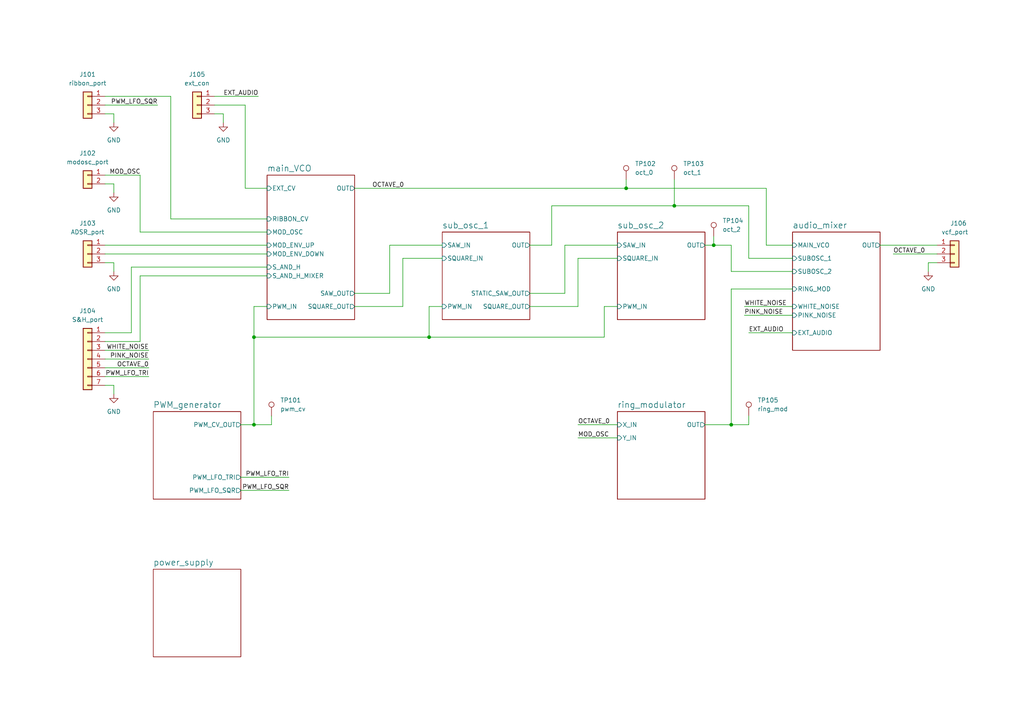
<source format=kicad_sch>
(kicad_sch (version 20211123) (generator eeschema)
  (paper "A4")
  (title_block (title "Josh Ox Ribon Synth Main VCO board") (date "2022-06-18") (rev "0") (comment 2 "creativecommons.org/licences/by/4.0") (comment 3 "license: CC by 4.0") (comment 4 "Author: Jordan Acete"))
  (lib_symbols
    (symbol "Connector:TestPoint" (pin_numbers hide) (pin_names (offset 0.762) hide)
      (property "Reference" "TP" (at 0 6.858 0))
      (property "Value" "TestPoint" (at 0 5.08 0))
      (symbol "TestPoint_0_1"
        (circle (center 0 3.302) (radius 0.762))
      )
      (symbol "TestPoint_1_1"
        (pin passive line (at 0 0 90) (length 2.54) (name "1") (number "1"))
      )
    )
    (symbol "Connector_Generic:Conn_01x02" (pin_names (offset 1.016) hide)
      (property "Reference" "J" (at 0 2.54 0))
      (property "Value" "Conn_01x02" (at 0 -5.08 0))
      (symbol "Conn_01x02_1_1"
        (rectangle (start -1.27 -2.413) (end 0 -2.667) (stroke (width 0.1524)))
        (rectangle (start -1.27 0.127) (end 0 -0.127) (stroke (width 0.1524)))
        (rectangle (start -1.27 1.27) (end 1.27 -3.81) (stroke (width 0.254)) (fill (type background)))
        (pin passive line (at -5.08 0 0) (length 3.81) (name "Pin_1") (number "1"))
        (pin passive line (at -5.08 -2.54 0) (length 3.81) (name "Pin_2") (number "2"))
      )
    )
    (symbol "Connector_Generic:Conn_01x03" (pin_names (offset 1.016) hide)
      (property "Reference" "J" (at 0 5.08 0))
      (property "Value" "Conn_01x03" (at 0 -5.08 0))
      (symbol "Conn_01x03_1_1"
        (rectangle (start -1.27 -2.413) (end 0 -2.667) (stroke (width 0.1524)))
        (rectangle (start -1.27 0.127) (end 0 -0.127) (stroke (width 0.1524)))
        (rectangle (start -1.27 2.667) (end 0 2.413) (stroke (width 0.1524)))
        (rectangle (start -1.27 3.81) (end 1.27 -3.81) (stroke (width 0.254)) (fill (type background)))
        (pin passive line (at -5.08 2.54 0) (length 3.81) (name "Pin_1") (number "1"))
        (pin passive line (at -5.08 0 0) (length 3.81) (name "Pin_2") (number "2"))
        (pin passive line (at -5.08 -2.54 0) (length 3.81) (name "Pin_3") (number "3"))
      )
    )
    (symbol "Connector_Generic:Conn_01x07" (pin_names (offset 1.016) hide)
      (property "Reference" "J" (at 0 10.16 0))
      (property "Value" "Conn_01x07" (at 0 -10.16 0))
      (symbol "Conn_01x07_1_1"
        (rectangle (start -1.27 -7.493) (end 0 -7.747) (stroke (width 0.1524)))
        (rectangle (start -1.27 -4.953) (end 0 -5.207) (stroke (width 0.1524)))
        (rectangle (start -1.27 -2.413) (end 0 -2.667) (stroke (width 0.1524)))
        (rectangle (start -1.27 0.127) (end 0 -0.127) (stroke (width 0.1524)))
        (rectangle (start -1.27 2.667) (end 0 2.413) (stroke (width 0.1524)))
        (rectangle (start -1.27 5.207) (end 0 4.953) (stroke (width 0.1524)))
        (rectangle (start -1.27 7.747) (end 0 7.493) (stroke (width 0.1524)))
        (rectangle (start -1.27 8.89) (end 1.27 -8.89) (stroke (width 0.254)) (fill (type background)))
        (pin passive line (at -5.08 7.62 0) (length 3.81) (name "Pin_1") (number "1"))
        (pin passive line (at -5.08 5.08 0) (length 3.81) (name "Pin_2") (number "2"))
        (pin passive line (at -5.08 2.54 0) (length 3.81) (name "Pin_3") (number "3"))
        (pin passive line (at -5.08 0 0) (length 3.81) (name "Pin_4") (number "4"))
        (pin passive line (at -5.08 -2.54 0) (length 3.81) (name "Pin_5") (number "5"))
        (pin passive line (at -5.08 -5.08 0) (length 3.81) (name "Pin_6") (number "6"))
        (pin passive line (at -5.08 -7.62 0) (length 3.81) (name "Pin_7") (number "7"))
      )
    )
    (symbol "power:GND" (power) (pin_names (offset 0))
      (property "Value" "GND" (at 0 -3.81 0))
      (symbol "GND_0_1"
        (polyline (pts (xy 0 0) (xy 0 -1.27) (xy 1.27 -1.27) (xy 0 -2.54) (xy -1.27 -1.27) (xy 0 -1.27)))
      )
      (symbol "GND_1_1"
        (pin power_in line (at 0 0 270) (length 0) hide (name "GND") (number "1"))
      )
    )
  )
  (junction (at 207.01 71.12))
  (junction (at 181.61 54.61))
  (junction (at 73.66 123.19))
  (junction (at 124.46 97.79))
  (junction (at 212.09 123.19))
  (junction (at 195.58 59.69))
  (junction (at 73.66 97.79))
  (wire (pts (xy 33.02 35.56) (xy 33.02 33.02)))
  (wire (pts (xy 30.48 104.14) (xy 43.18 104.14)))
  (wire (pts (xy 74.93 27.94) (xy 62.23 27.94)))
  (wire (pts (xy 113.03 71.12) (xy 128.27 71.12)))
  (wire (pts (xy 195.58 52.07) (xy 195.58 59.69)))
  (wire (pts (xy 217.17 123.19) (xy 212.09 123.19)))
  (wire (pts (xy 38.1 77.47) (xy 77.47 77.47)))
  (wire (pts (xy 30.48 99.06) (xy 40.64 99.06)))
  (wire (pts (xy 33.02 76.2) (xy 30.48 76.2)))
  (wire (pts (xy 128.27 88.9) (xy 124.46 88.9)))
  (wire (pts (xy 116.84 88.9) (xy 116.84 74.93)))
  (wire (pts (xy 102.87 54.61) (xy 181.61 54.61)))
  (wire (pts (xy 269.24 78.74) (xy 269.24 76.2)))
  (wire (pts (xy 33.02 114.3) (xy 33.02 111.76)))
  (wire (pts (xy 102.87 88.9) (xy 116.84 88.9)))
  (wire (pts (xy 49.53 27.94) (xy 30.48 27.94)))
  (wire (pts (xy 33.02 78.74) (xy 33.02 76.2)))
  (wire (pts (xy 73.66 97.79) (xy 124.46 97.79)))
  (wire (pts (xy 163.83 85.09) (xy 163.83 71.12)))
  (wire (pts (xy 167.64 74.93) (xy 179.07 74.93)))
  (wire (pts (xy 49.53 63.5) (xy 49.53 27.94)))
  (wire (pts (xy 64.77 33.02) (xy 62.23 33.02)))
  (wire (pts (xy 207.01 68.58) (xy 207.01 71.12)))
  (wire (pts (xy 69.85 142.24) (xy 83.82 142.24)))
  (wire (pts (xy 212.09 78.74) (xy 212.09 71.12)))
  (wire (pts (xy 167.64 123.19) (xy 179.07 123.19)))
  (wire (pts (xy 181.61 52.07) (xy 181.61 54.61)))
  (wire (pts (xy 77.47 67.31) (xy 40.64 67.31)))
  (wire (pts (xy 207.01 71.12) (xy 204.47 71.12)))
  (wire (pts (xy 69.85 138.43) (xy 83.82 138.43)))
  (wire (pts (xy 102.87 85.09) (xy 113.03 85.09)))
  (wire (pts (xy 215.9 91.44) (xy 229.87 91.44)))
  (wire (pts (xy 116.84 74.93) (xy 128.27 74.93)))
  (wire (pts (xy 222.25 71.12) (xy 222.25 54.61)))
  (wire (pts (xy 69.85 123.19) (xy 73.66 123.19)))
  (wire (pts (xy 195.58 59.69) (xy 160.02 59.69)))
  (wire (pts (xy 153.67 85.09) (xy 163.83 85.09)))
  (wire (pts (xy 160.02 59.69) (xy 160.02 71.12)))
  (wire (pts (xy 229.87 74.93) (xy 217.17 74.93)))
  (wire (pts (xy 64.77 35.56) (xy 64.77 33.02)))
  (wire (pts (xy 33.02 111.76) (xy 30.48 111.76)))
  (wire (pts (xy 229.87 78.74) (xy 212.09 78.74)))
  (wire (pts (xy 229.87 71.12) (xy 222.25 71.12)))
  (wire (pts (xy 30.48 96.52) (xy 38.1 96.52)))
  (wire (pts (xy 175.26 97.79) (xy 175.26 88.9)))
  (wire (pts (xy 73.66 88.9) (xy 73.66 97.79)))
  (wire (pts (xy 40.64 67.31) (xy 40.64 50.8)))
  (wire (pts (xy 73.66 123.19) (xy 78.74 123.19)))
  (wire (pts (xy 40.64 99.06) (xy 40.64 80.01)))
  (wire (pts (xy 175.26 88.9) (xy 179.07 88.9)))
  (wire (pts (xy 217.17 59.69) (xy 195.58 59.69)))
  (wire (pts (xy 212.09 123.19) (xy 212.09 83.82)))
  (wire (pts (xy 77.47 63.5) (xy 49.53 63.5)))
  (wire (pts (xy 30.48 71.12) (xy 77.47 71.12)))
  (wire (pts (xy 259.08 73.66) (xy 271.78 73.66)))
  (wire (pts (xy 215.9 88.9) (xy 229.87 88.9)))
  (wire (pts (xy 71.12 54.61) (xy 71.12 30.48)))
  (wire (pts (xy 38.1 96.52) (xy 38.1 77.47)))
  (wire (pts (xy 153.67 88.9) (xy 167.64 88.9)))
  (wire (pts (xy 33.02 55.88) (xy 33.02 53.34)))
  (wire (pts (xy 77.47 54.61) (xy 71.12 54.61)))
  (wire (pts (xy 33.02 53.34) (xy 30.48 53.34)))
  (wire (pts (xy 212.09 71.12) (xy 207.01 71.12)))
  (wire (pts (xy 33.02 33.02) (xy 30.48 33.02)))
  (wire (pts (xy 71.12 30.48) (xy 62.23 30.48)))
  (wire (pts (xy 30.48 73.66) (xy 77.47 73.66)))
  (wire (pts (xy 124.46 88.9) (xy 124.46 97.79)))
  (wire (pts (xy 78.74 120.65) (xy 78.74 123.19)))
  (wire (pts (xy 269.24 76.2) (xy 271.78 76.2)))
  (wire (pts (xy 163.83 71.12) (xy 179.07 71.12)))
  (wire (pts (xy 160.02 71.12) (xy 153.67 71.12)))
  (wire (pts (xy 77.47 88.9) (xy 73.66 88.9)))
  (wire (pts (xy 124.46 97.79) (xy 175.26 97.79)))
  (wire (pts (xy 181.61 54.61) (xy 222.25 54.61)))
  (wire (pts (xy 217.17 96.52) (xy 229.87 96.52)))
  (wire (pts (xy 255.27 71.12) (xy 271.78 71.12)))
  (wire (pts (xy 40.64 80.01) (xy 77.47 80.01)))
  (wire (pts (xy 113.03 85.09) (xy 113.03 71.12)))
  (wire (pts (xy 30.48 109.22) (xy 43.18 109.22)))
  (wire (pts (xy 30.48 106.68) (xy 43.18 106.68)))
  (wire (pts (xy 212.09 83.82) (xy 229.87 83.82)))
  (wire (pts (xy 217.17 74.93) (xy 217.17 59.69)))
  (wire (pts (xy 40.64 50.8) (xy 30.48 50.8)))
  (wire (pts (xy 204.47 123.19) (xy 212.09 123.19)))
  (wire (pts (xy 167.64 88.9) (xy 167.64 74.93)))
  (wire (pts (xy 30.48 30.48) (xy 45.72 30.48)))
  (wire (pts (xy 30.48 101.6) (xy 43.18 101.6)))
  (wire (pts (xy 73.66 123.19) (xy 73.66 97.79)))
  (wire (pts (xy 167.64 127) (xy 179.07 127)))
  (wire (pts (xy 217.17 120.65) (xy 217.17 123.19)))
  (label "PWM_LFO_SQR" (at 83.82 142.24 180))
  (label "EXT_AUDIO" (at 217.17 96.52 0))
  (label "EXT_AUDIO" (at 74.93 27.94 180))
  (label "OCTAVE_0" (at 167.64 123.19 0))
  (label "MOD_OSC" (at 31.75 50.8 0))
  (label "PINK_NOISE" (at 43.18 104.14 180))
  (label "WHITE_NOISE" (at 215.9 88.9 0))
  (label "PINK_NOISE" (at 215.9 91.44 0))
  (label "OCTAVE_0" (at 43.18 106.68 180))
  (label "PWM_LFO_SQR" (at 45.72 30.48 180))
  (label "OCTAVE_0" (at 259.08 73.66 0))
  (label "PWM_LFO_TRI" (at 83.82 138.43 180))
  (label "MOD_OSC" (at 167.64 127 0))
  (label "WHITE_NOISE" (at 43.18 101.6 180))
  (label "OCTAVE_0" (at 107.95 54.61 0))
  (label "PWM_LFO_TRI" (at 43.18 109.22 180))
  (symbol (lib_id "power:GND") (at 33.02 114.3 0) (unit 1)
    (property "Reference" "#PWR0104" (effects hide))
    (property "Value" "GND" (at 33.02 119.38 0))
  )
  (symbol (lib_id "power:GND") (at 33.02 35.56 0) (unit 1)
    (property "Reference" "#PWR0101" (effects hide))
    (property "Value" "GND" (at 33.02 40.64 0))
  )
  (symbol (lib_id "Connector_Generic:Conn_01x03") (at 276.86 73.66 0) (unit 1)
    (property "Reference" "J106" (at 275.59 64.77 0) (effects (justify left)))
    (property "Value" "vcf_port" (at 273.05 67.31 0) (effects (justify left)))
  )
  (symbol (lib_id "Connector_Generic:Conn_01x07") (at 25.4 104.14 0) (mirror y) (unit 1)
    (property "Reference" "J104" (at 25.4 90.17 0))
    (property "Value" "S&H_port" (at 25.4 92.71 0))
  )
  (symbol (lib_id "Connector_Generic:Conn_01x02") (at 25.4 50.8 0) (mirror y) (unit 1)
    (property "Reference" "J102" (at 25.4 44.45 0))
    (property "Value" "modosc_port" (at 25.4 46.99 0))
  )
  (symbol (lib_id "Connector:TestPoint") (at 181.61 52.07 0) (unit 1) (in_bom no)
    (property "Reference" "TP102" (at 184.15 47.4979 0) (effects (justify left)))
    (property "Value" "oct_0" (at 184.15 50.0379 0) (effects (justify left)))
    (property "Footprint" "TestPoint:TestPoint_Keystone_5000-5004_Miniature" (effects hide))
  )
  (symbol (lib_id "Connector_Generic:Conn_01x03") (at 25.4 30.48 0) (mirror y) (unit 1)
    (property "Reference" "J101" (at 25.4 21.59 0))
    (property "Value" "ribbon_port" (at 25.4 24.13 0))
  )
  (symbol (lib_id "power:GND") (at 269.24 78.74 0) (mirror y) (unit 1)
    (property "Reference" "#PWR0106" (effects hide))
    (property "Value" "GND" (at 269.24 83.82 0))
  )
  (symbol (lib_id "Connector_Generic:Conn_01x03") (at 57.15 30.48 0) (mirror y) (unit 1)
    (property "Reference" "J105" (at 57.15 21.59 0))
    (property "Value" "ext_con" (at 57.15 24.13 0))
  )
  (symbol (lib_id "Connector:TestPoint") (at 207.01 68.58 0) (unit 1) (in_bom no)
    (property "Reference" "TP104" (at 209.55 64.0079 0) (effects (justify left)))
    (property "Value" "oct_2" (at 209.55 66.5479 0) (effects (justify left)))
    (property "Footprint" "TestPoint:TestPoint_Keystone_5000-5004_Miniature" (effects hide))
  )
  (symbol (lib_id "Connector:TestPoint") (at 217.17 120.65 0) (unit 1) (in_bom no)
    (property "Reference" "TP105" (at 219.71 116.0779 0) (effects (justify left)))
    (property "Value" "ring_mod" (at 219.71 118.6179 0) (effects (justify left)))
    (property "Footprint" "TestPoint:TestPoint_Keystone_5000-5004_Miniature" (effects hide))
  )
  (symbol (lib_id "power:GND") (at 33.02 55.88 0) (unit 1)
    (property "Reference" "#PWR0102" (effects hide))
    (property "Value" "GND" (at 33.02 60.96 0))
  )
  (symbol (lib_id "Connector:TestPoint") (at 78.74 120.65 0) (unit 1) (in_bom no)
    (property "Reference" "TP101" (at 81.28 116.0779 0) (effects (justify left)))
    (property "Value" "pwm_cv" (at 81.28 118.6179 0) (effects (justify left)))
    (property "Footprint" "TestPoint:TestPoint_Keystone_5000-5004_Miniature" (effects hide))
  )
  (symbol (lib_id "power:GND") (at 33.02 78.74 0) (unit 1)
    (property "Reference" "#PWR0103" (effects hide))
    (property "Value" "GND" (at 33.02 83.82 0))
  )
  (symbol (lib_id "Connector:TestPoint") (at 195.58 52.07 0) (unit 1) (in_bom no)
    (property "Reference" "TP103" (at 198.12 47.4979 0) (effects (justify left)))
    (property "Value" "oct_1" (at 198.12 50.0379 0) (effects (justify left)))
    (property "Footprint" "TestPoint:TestPoint_Keystone_5000-5004_Miniature" (effects hide))
  )
  (symbol (lib_id "power:GND") (at 64.77 35.56 0) (unit 1)
    (property "Reference" "#PWR0105" (effects hide))
    (property "Value" "GND" (at 64.77 40.64 0))
  )
  (symbol (lib_id "Connector_Generic:Conn_01x03") (at 25.4 73.66 0) (mirror y) (unit 1)
    (property "Reference" "J103" (at 25.4 64.77 0))
    (property "Value" "ADSR_port" (at 25.4 67.31 0))
  )
  (sheet (at 44.45 165.1) (size 25.4 25.4) (stroke (width 0.1524))
    (property "Sheet name" "power_supply" (at 44.45 164.1484 0) (effects (font (size 1.75 1.75)) (justify left bottom)))
    (property "Sheet file" "power_supply.kicad_sch" (effects hide))
  )
  (sheet (at 179.07 119.38) (size 25.4 25.4) (stroke (width 0.1524))
    (property "Sheet name" "ring_modulator" (at 179.07 118.4284 0) (effects (font (size 1.75 1.75)) (justify left bottom)))
    (property "Sheet file" "ring_modulator.kicad_sch" (effects hide))
    (pin "X_IN" input (at 179.07 123.19 180))
    (pin "Y_IN" input (at 179.07 127 180))
    (pin "OUT" output (at 204.47 123.19 0))
  )
  (sheet (at 77.47 50.8) (size 25.4 41.91) (stroke (width 0.1524))
    (property "Sheet name" "main_VCO" (at 77.47 49.8484 0) (effects (font (size 1.75 1.75)) (justify left bottom)))
    (property "Sheet file" "main_VCO.kicad_sch" (effects hide))
    (pin "PWM_IN" input (at 77.47 88.9 180))
    (pin "SAW_OUT" output (at 102.87 85.09 0))
    (pin "SQUARE_OUT" output (at 102.87 88.9 0))
    (pin "OUT" output (at 102.87 54.61 0))
    (pin "MOD_ENV_UP" input (at 77.47 71.12 180))
    (pin "S_AND_H" input (at 77.47 77.47 180))
    (pin "RIBBON_CV" input (at 77.47 63.5 180))
    (pin "MOD_ENV_DOWN" input (at 77.47 73.66 180))
    (pin "EXT_CV" input (at 77.47 54.61 180))
    (pin "MOD_OSC" input (at 77.47 67.31 180))
    (pin "S_AND_H_MIXER" input (at 77.47 80.01 180))
  )
  (sheet (at 128.27 67.31) (size 25.4 25.4) (stroke (width 0.1524))
    (property "Sheet name" "sub_osc_1" (at 128.27 66.3584 0) (effects (font (size 1.75 1.75)) (justify left bottom)))
    (property "Sheet file" "sub_osc_1.kicad_sch" (effects hide))
    (pin "SAW_IN" input (at 128.27 71.12 180))
    (pin "PWM_IN" input (at 128.27 88.9 180))
    (pin "SQUARE_OUT" output (at 153.67 88.9 0))
    (pin "SQUARE_IN" input (at 128.27 74.93 180))
    (pin "STATIC_SAW_OUT" output (at 153.67 85.09 0))
    (pin "OUT" output (at 153.67 71.12 0))
  )
  (sheet (at 179.07 67.31) (size 25.4 25.4) (stroke (width 0.1524))
    (property "Sheet name" "sub_osc_2" (at 179.07 66.3584 0) (effects (font (size 1.75 1.75)) (justify left bottom)))
    (property "Sheet file" "sub_osc_2.kicad_sch" (effects hide))
    (pin "SAW_IN" input (at 179.07 71.12 180))
    (pin "PWM_IN" input (at 179.07 88.9 180))
    (pin "SQUARE_IN" input (at 179.07 74.93 180))
    (pin "OUT" output (at 204.47 71.12 0))
  )
  (sheet (at 44.45 119.38) (size 25.4 25.4) (stroke (width 0.1524))
    (property "Sheet name" "PWM_generator" (at 44.45 118.4284 0) (effects (font (size 1.75 1.75)) (justify left bottom)))
    (property "Sheet file" "PWM_generator.kicad_sch" (effects hide))
    (pin "PWM_CV_OUT" output (at 69.85 123.19 0))
    (pin "PWM_LFO_SQR" output (at 69.85 142.24 0))
    (pin "PWM_LFO_TRI" output (at 69.85 138.43 0))
  )
  (sheet (at 229.87 67.31) (size 25.4 34.29) (stroke (width 0.1524))
    (property "Sheet name" "audio_mixer" (at 229.87 66.3584 0) (effects (font (size 1.75 1.75)) (justify left bottom)))
    (property "Sheet file" "audio_mixer.kicad_sch" (effects hide))
    (pin "OUT" output (at 255.27 71.12 0))
    (pin "SUBOSC_1" input (at 229.87 74.93 180))
    (pin "SUBOSC_2" input (at 229.87 78.74 180))
    (pin "MAIN_VCO" input (at 229.87 71.12 180))
    (pin "RING_MOD" input (at 229.87 83.82 180))
    (pin "EXT_AUDIO" input (at 229.87 96.52 180))
    (pin "WHITE_NOISE" input (at 229.87 88.9 180))
    (pin "PINK_NOISE" input (at 229.87 91.44 180))
  )
)
</source>
